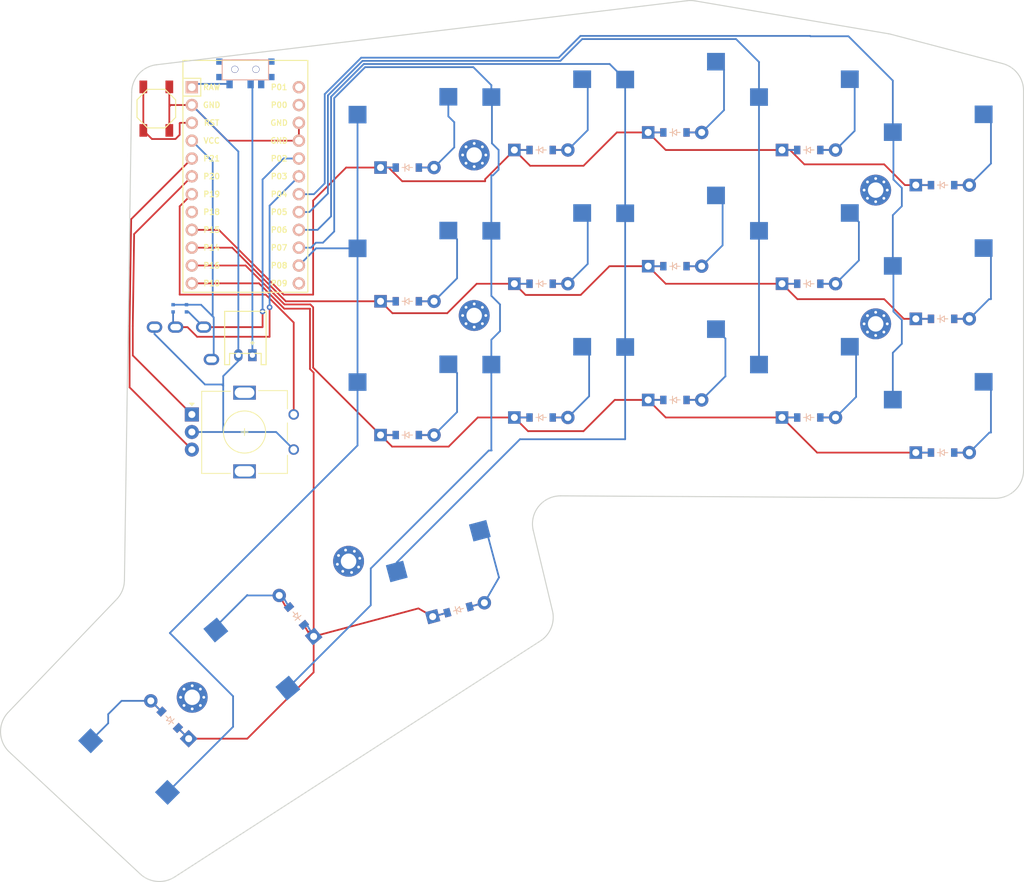
<source format=kicad_pcb>
(kicad_pcb (version 20221018) (generator pcbnew)
  (title_block (title "juubo_right") (rev "v1.0.0") (company "Unknown"))
  (layers (0 "F.Cu" signal) (31 "B.Cu" signal) (34 "B.Paste" user) (35 "F.Paste" user) (36 "B.SilkS" user "B.Silkscreen") (37 "F.SilkS" user "F.Silkscreen") (38 "B.Mask" user) (39 "F.Mask" user) (44 "Edge.Cuts" user))
  (net 0 "")
  (net 1 "P19")
  (net 2 "GND")
  (net 3 "P20")
  (net 4 "P21")
  (net 5 "P4")
  (net 6 "mirror_pinky_bottom")
  (net 7 "mirror_pinky_home")
  (net 8 "mirror_pinky_top")
  (net 9 "P5")
  (net 10 "mirror_ring_bottom")
  (net 11 "mirror_ring_home")
  (net 12 "mirror_ring_top")
  (net 13 "P6")
  (net 14 "mirror_middle_bottom")
  (net 15 "mirror_middle_home")
  (net 16 "mirror_middle_top")
  (net 17 "P7")
  (net 18 "mirror_index_bottom")
  (net 19 "mirror_index_home")
  (net 20 "mirror_index_top")
  (net 21 "P8")
  (net 22 "mirror_inner_bottom")
  (net 23 "mirror_inner_home")
  (net 24 "mirror_inner_top")
  (net 25 "mirror_layer_cluster")
  (net 26 "mirror_space_cluster")
  (net 27 "mirror_extra_cluster")
  (net 28 "P16")
  (net 29 "P14")
  (net 30 "P15")
  (net 31 "P10")
  (net 32 "RAW")
  (net 33 "RST")
  (net 34 "VCC")
  (net 35 "P18")
  (net 36 "P1")
  (net 37 "P0")
  (net 38 "P2")
  (net 39 "P3")
  (net 40 "P9")
  (net 41 "B+")
  (footprint "E73:SPDT_C128955" (layer "F.Cu") (at 291.952306 52.309506)
    (fp_text reference "T1" hide)
    (fp_text value "" hide)
  )
  (footprint "E73:SW_TACT_ALPS_SKQGABE010" (layer "F.Cu") (at 279.274804 57.909003 -90)
    (fp_text reference "B1" hide)
    (fp_text value "" hide)
  )
  (footprint "ComboDiode" (layer "F.Cu") (at 334.052303 101.899005)
    (fp_text reference "D10" hide)
    (fp_text value "" hide)
  )
  (footprint "MountingHole_2.2mm_M2_Pad_Via" (layer "F.Cu") (at 324.527304 64.514005)
    (fp_text reference "_2" hide)
    (fp_text value "")
  )
  (footprint "ComboDiode" (layer "F.Cu") (at 391.202306 106.899003)
    (fp_text reference "D1" hide)
    (fp_text value "" hide)
  )
  (footprint "ComboDiode" (layer "F.Cu") (at 353.102303 80.349006)
    (fp_text reference "D8" hide)
    (fp_text value "" hide)
  )
  (footprint "MX" (layer "F.Cu") (at 315.002303 99.399003)
    (fp_text reference "S13" hide)
    (fp_text value "" hide)
  )
  (footprint "TRRS-PJ-320A-dual" (layer "F.Cu") (at 275.817306 89.029005 90)
    (fp_text reference "TRRS1")
    (fp_text value "TRRS-PJ-320A-dual")
  )
  (footprint "ComboDiode" (layer "F.Cu") (at 315.002307 85.349004)
    (fp_text reference "D14" hide)
    (fp_text value "" hide)
  )
  (footprint "MountingHole_2.2mm_M2_Pad_Via" (layer "F.Cu") (at 324.527308 87.374005)
    (fp_text reference "_6" hide)
    (fp_text value "")
  )
  (footprint "MX" (layer "F.Cu") (at 372.152304 96.899007)
    (fp_text reference "S4" hide)
    (fp_text value "" hide)
  )
  (footprint "MX" (layer "F.Cu") (at 372.152305 58.799003)
    (fp_text reference "S6" hide)
    (fp_text value "" hide)
  )
  (footprint "MX" (layer "F.Cu") (at 315.002305 80.349004)
    (fp_text reference "S14" hide)
    (fp_text value "" hide)
  )
  (footprint "ComboDiode" (layer "F.Cu") (at 391.202303 87.849005)
    (fp_text reference "D2" hide)
    (fp_text value "" hide)
  )
  (footprint "MX" (layer "F.Cu") (at 353.102305 75.349005)
    (fp_text reference "S8" hide)
    (fp_text value "" hide)
  )
  (footprint "MountingHole_2.2mm_M2_Pad_Via" (layer "F.Cu") (at 381.677304 69.514005)
    (fp_text reference "_1" hide)
    (fp_text value "")
  )
  (footprint "ComboDiode" (layer "F.Cu") (at 334.052306 63.799006)
    (fp_text reference "D12" hide)
    (fp_text value "" hide)
  )
  (footprint "ComboDiode" (layer "F.Cu") (at 372.152303 101.899007)
    (fp_text reference "D4" hide)
    (fp_text value "" hide)
  )
  (footprint "ComboDiode" (layer "F.Cu") (at 353.102302 99.399004)
    (fp_text reference "D7" hide)
    (fp_text value "" hide)
  )
  (footprint "JST_PH_S2B-PH-K_02x2.00mm_Angled" (layer "F.Cu") (at 291.952304 93.026507 180)
    (fp_text reference "JST1" hide)
    (fp_text value "" hide)
  )
  (footprint "MX" (layer "F.Cu") (at 277.647101 148.489312 135)
    (fp_text reference "S18" hide)
    (fp_text value "" hide)
  )
  (footprint "MX" (layer "F.Cu") (at 353.102306 94.399003)
    (fp_text reference "S7" hide)
    (fp_text value "" hide)
  )
  (footprint "MX" (layer "F.Cu") (at 295.39165 133.381914 130)
    (fp_text reference "S17" hide)
    (fp_text value "" hide)
  )
  (footprint "ComboDiode" (layer "F.Cu") (at 315.002301 104.39901)
    (fp_text reference "D13" hide)
    (fp_text value "" hide)
  )
  (footprint "ProMicro" (layer "F.Cu") (at 291.952304 68.824005 -90)
    (fp_text reference "MCU1" hide)
    (fp_text value "" hide)
  )
  (footprint "ComboDiode" (layer "F.Cu") (at 372.152304 63.799004)
    (fp_text reference "D6" hide)
    (fp_text value "" hide)
  )
  (footprint "ComboDiode" (layer "F.Cu") (at 334.052306 82.849006)
    (fp_text reference "D11" hide)
    (fp_text value "" hide)
  )
  (footprint "MX" (layer "F.Cu") (at 334.052307 58.799004)
    (fp_text reference "S12" hide)
    (fp_text value "" hide)
  )
  (footprint "ComboDiode" (layer "F.Cu") (at 299.221873 130.167974 130)
    (fp_text reference "D17" hide)
    (fp_text value "" hide)
  )
  (footprint "ComboDiode" (layer "F.Cu") (at 315.002302 66.299007)
    (fp_text reference "D15" hide)
    (fp_text value "" hide)
  )
  (footprint "ComboDiode" (layer "F.Cu") (at 322.296401 129.278635 15)
    (fp_text reference "D16" hide)
    (fp_text value "" hide)
  )
  (footprint "MX" (layer "F.Cu") (at 321.002306 124.449005 15)
    (fp_text reference "S16" hide)
    (fp_text value "" hide)
  )
  (footprint "ComboDiode" (layer "F.Cu") (at 281.182636 144.953779 135)
    (fp_text reference "D18" hide)
    (fp_text value "" hide)
  )
  (footprint "ComboDiode" (layer "F.Cu") (at 391.202303 68.799001)
    (fp_text reference "D3" hide)
    (fp_text value "" hide)
  )
  (footprint "MX" (layer "F.Cu") (at 315.002302 61.299005)
    (fp_text reference "S15" hide)
    (fp_text value "" hide)
  )
  (footprint "ComboDiode" (layer "F.Cu") (at 372.152308 82.849005)
    (fp_text reference "D5" hide)
    (fp_text value "" hide)
  )
  (footprint "MountingHole_2.2mm_M2_Pad_Via" (layer "F.Cu") (at 284.382293 141.75412 135)
    (fp_text reference "_5" hide)
    (fp_text value "")
  )
  (footprint "MountingHole_2.2mm_M2_Pad_Via" (layer "F.Cu") (at 306.64253 122.380088 15)
    (fp_text reference "_4" hide)
    (fp_text value "")
  )
  (footprint "MX" (layer "F.Cu") (at 391.202306 101.899006)
    (fp_text reference "S1" hide)
    (fp_text value "" hide)
  )
  (footprint "ComboDiode" (layer "F.Cu") (at 353.102304 61.299004)
    (fp_text reference "D9" hide)
    (fp_text value "" hide)
  )
  (footprint "MX" (layer "F.Cu") (at 391.202307 82.849002)
    (fp_text reference "S2" hide)
    (fp_text value "" hide)
  )
  (footprint "MX" (layer "F.Cu") (at 334.052306 77.849003)
    (fp_text reference "S11" hide)
    (fp_text value "" hide)
  )
  (footprint "MX" (layer "F.Cu") (at 353.102303 56.299002)
    (fp_text reference "S9" hide)
    (fp_text value "" hide)
  )
  (footprint "MountingHole_2.2mm_M2_Pad_Via" (layer "F.Cu") (at 381.677304 88.564004)
    (fp_text reference "_3" hide)
    (fp_text value "")
  )
  (footprint "MX" (layer "F.Cu") (at 391.202302 63.799003)
    (fp_text reference "S3" hide)
    (fp_text value "" hide)
  )
  (footprint "MX" (layer "F.Cu") (at 372.152305 77.849003)
    (fp_text reference "S5" hide)
    (fp_text value "" hide)
  )
  (footprint "MX" (layer "F.Cu") (at 334.052308 96.899004)
    (fp_text reference "S10" hide)
    (fp_text value "" hide)
  )
  (footprint "rotary_encoder" (layer "F.Cu") (at 291.952305 104.009002)
    (fp_text reference "ROT1" hide)
    (fp_text value "")
  )
  (footprint "RES_ERJ2RKF4701X" (layer "B.Cu") (at 281.664801 86.349005 -90)
    (fp_text reference "DISP1" hide)
    (fp_text value "RES_ERJ2RKF4701X")
  )
  (footprint "RES_ERJ2RKF4701X" (layer "B.Cu") (at 283.569806 86.349009 -90)
    (fp_text reference "DISP2" hide)
    (fp_text value "RES_ERJ2RKF4701X")
  )
  (gr_arc (start 274.733342 125.090784) (mid 274.433962 126.550834) (end 273.620867 127.799935) (stroke (width 0.15)) (layer "Edge.Cuts"))
  (gr_arc (start 332.931327 117.991207) (mid 333.688884 114.575133) (end 336.843869 113.062009) (stroke (width 0.15)) (layer "Edge.Cuts"))
  (gr_arc (start 275.765445 55.572019) (mid 276.791626 52.955763) (end 279.285512 51.660238) (stroke (width 0.15)) (layer "Edge.Cuts"))
  (gr_line (start 335.665126 129.436906) (end 332.931327 117.991207) (stroke (width 0.15)) (layer "Edge.Cuts"))
  (gr_arc (start 281.877228 167.351618) (mid 279.3537 167.975765) (end 276.979476 166.917081) (stroke (width 0.15)) (layer "Edge.Cuts"))
  (gr_arc (start 383.503049 47.244386) (mid 383.676481 47.277819) (end 383.848267 47.318876) (stroke (width 0.15)) (layer "Edge.Cuts"))
  (gr_line (start 383.503049 47.244386) (end 355.980172 42.566373) (stroke (width 0.15)) (layer "Edge.Cuts"))
  (gr_line (start 399.742776 51.490665) (end 383.848267 47.318876) (stroke (width 0.15)) (layer "Edge.Cuts"))
  (gr_line (start 354.830412 42.538659) (end 279.285512 51.660238) (stroke (width 0.15)) (layer "Edge.Cuts"))
  (gr_arc (start 399.742776 51.490665) (mid 401.894469 52.916456) (end 402.727304 55.359621) (stroke (width 0.15)) (layer "Edge.Cuts"))
  (gr_arc (start 258.368736 149.565553) (mid 257.098021 146.751786) (end 258.209373 143.87135) (stroke (width 0.15)) (layer "Edge.Cuts"))
  (gr_arc (start 335.665126 129.436906) (mid 335.48705 131.855267) (end 333.944592 133.726364) (stroke (width 0.15)) (layer "Edge.Cuts"))
  (gr_line (start 402.727302 109.401968) (end 402.727304 55.359621) (stroke (width 0.15)) (layer "Edge.Cuts"))
  (gr_line (start 258.368736 149.565553) (end 276.979476 166.917081) (stroke (width 0.15)) (layer "Edge.Cuts"))
  (gr_line (start 275.765447 55.572019) (end 274.733342 125.090784) (stroke (width 0.15)) (layer "Edge.Cuts"))
  (gr_arc (start 402.727303 109.401969) (mid 401.547946 112.238152) (end 398.705323 113.401905) (stroke (width 0.15)) (layer "Edge.Cuts"))
  (gr_line (start 273.620867 127.799935) (end 258.209373 143.87135) (stroke (width 0.15)) (layer "Edge.Cuts"))
  (gr_line (start 336.843869 113.062009) (end 398.705323 113.401905) (stroke (width 0.15)) (layer "Edge.Cuts"))
  (gr_arc (start 354.830412 42.538659) (mid 355.406293 42.510977) (end 355.980172 42.566373) (stroke (width 0.15)) (layer "Edge.Cuts"))
  (gr_line (start 281.877228 167.351618) (end 333.944592 133.726364) (stroke (width 0.15)) (layer "Edge.Cuts"))
  (segment (start 282.6 84.4) (end 282.6 71.826309) (width 0.25) (layer "F.Cu") (net 1))
  (segment (start 282.6 71.826309) (end 284.332304 70.094005) (width 0.25) (layer "F.Cu") (net 1))
  (segment (start 298.832305 101.469002) (end 298.832305 88.377889) (width 0.25) (layer "F.Cu") (net 1))
  (segment (start 294.854416 84.4) (end 282.6 84.4) (width 0.25) (layer "F.Cu") (net 1))
  (segment (start 298.832305 88.377889) (end 294.854416 84.4) (width 0.25) (layer "F.Cu") (net 1))
  (segment (start 281.330799 57.394005) (end 284.332304 57.394005) (width 0.25) (layer "F.Cu") (net 2))
  (segment (start 289.412304 62.474005) (end 284.332304 57.394005) (width 0.25) (layer "F.Cu") (net 2))
  (segment (start 299.572304 62.474005) (end 299.572304 59.934005) (width 0.25) (layer "F.Cu") (net 2))
  (segment (start 281.124804 57.6) (end 281.330799 57.394005) (width 0.25) (layer "F.Cu") (net 2))
  (segment (start 281.124804 54.809003) (end 281.124804 57.6) (width 0.25) (layer "F.Cu") (net 2))
  (segment (start 281.124804 57.6) (end 281.124804 61.009003) (width 0.25) (layer "F.Cu") (net 2))
  (segment (start 299.572304 62.474005) (end 289.412304 62.474005) (width 0.25) (layer "F.Cu") (net 2))
  (segment (start 290.952304 93.026507) (end 290.952304 64.014005) (width 0.25) (layer "B.Cu") (net 2))
  (segment (start 288.8 103.969002) (end 296.332305 103.969002) (width 0.25) (layer "B.Cu") (net 2))
  (segment (start 284.332305 103.969002) (end 288.8 103.969002) (width 0.25) (layer "B.Cu") (net 2))
  (segment (start 286.2 97.2) (end 288.6 97.2) (width 0.25) (layer "B.Cu") (net 2))
  (segment (start 296.332305 103.969002) (end 298.832305 106.469002) (width 0.25) (layer "B.Cu") (net 2))
  (segment (start 290.952304 64.014005) (end 284.332304 57.394005) (width 0.25) (layer "B.Cu") (net 2))
  (segment (start 288.8 96) (end 290.952304 93.847696) (width 0.25) (layer "B.Cu") (net 2))
  (segment (start 279.017306 89.029005) (end 279.017306 90.017306) (width 0.25) (layer "B.Cu") (net 2))
  (segment (start 288.8 103.969002) (end 288.8 97.4) (width 0.25) (layer "B.Cu") (net 2))
  (segment (start 290.952304 93.847696) (end 290.952304 93.026507) (width 0.25) (layer "B.Cu") (net 2))
  (segment (start 279.017306 90.017306) (end 286.2 97.2) (width 0.25) (layer "B.Cu") (net 2))
  (segment (start 288.6 97.2) (end 288.8 97.4) (width 0.25) (layer "B.Cu") (net 2))
  (segment (start 288.8 97.4) (end 288.8 96) (width 0.25) (layer "B.Cu") (net 2))
  (segment (start 276.11564 75.770669) (end 284.332304 67.554005) (width 0.25) (layer "F.Cu") (net 3))
  (segment (start 275.921097 93.057794) (end 275.921097 88.874409) (width 0.25) (layer "F.Cu") (net 3))
  (segment (start 284.332305 101.469002) (end 275.921097 93.057794) (width 0.25) (layer "F.Cu") (net 3))
  (segment (start 275.921097 88.874409) (end 276.11564 75.770669) (width 0.25) (layer "F.Cu") (net 3))
  (segment (start 275.471097 97.607794) (end 275.471097 88.871097) (width 0.25) (layer "F.Cu") (net 4))
  (segment (start 284.332305 106.469002) (end 275.471097 97.607794) (width 0.25) (layer "F.Cu") (net 4))
  (segment (start 275.471097 88.871097) (end 275.697087 73.649222) (width 0.25) (layer "F.Cu") (net 4))
  (segment (start 275.697087 73.649222) (end 284.332304 65.014005) (width 0.25) (layer "F.Cu") (net 4))
  (segment (start 385.4 71.8) (end 384.117307 73.082693) (width 0.25) (layer "B.Cu") (net 5))
  (segment (start 384.117302 53.917302) (end 377.8 47.6) (width 0.25) (layer "B.Cu") (net 5))
  (segment (start 372.4 47.6) (end 372.35 47.55) (width 0.25) (layer "B.Cu") (net 5))
  (segment (start 384.202304 61.344005) (end 384.202304 68.002304) (width 0.25) (layer "B.Cu") (net 5))
  (segment (start 384.117307 73.082693) (end 384.117307 80.309002) (width 0.25) (layer "B.Cu") (net 5))
  (segment (start 372.35 47.55) (end 339.65 47.55) (width 0.25) (layer "B.Cu") (net 5))
  (segment (start 384.117307 80.309002) (end 384.202304 80.393999) (width 0.25) (layer "B.Cu") (net 5))
  (segment (start 308.440812 50.65) (end 303.25 55.840812) (width 0.25) (layer "B.Cu") (net 5))
  (segment (start 339.65 47.55) (end 336.55 50.65) (width 0.25) (layer "B.Cu") (net 5))
  (segment (start 384.202304 80.393999) (end 384.202304 86.802304) (width 0.25) (layer "B.Cu") (net 5))
  (segment (start 301.705995 70.094005) (end 299.572304 70.094005) (width 0.25) (layer "B.Cu") (net 5))
  (segment (start 303.25 68.55) (end 301.705995 70.094005) (width 0.25) (layer "B.Cu") (net 5))
  (segment (start 385.4 91.4) (end 384.117306 92.682694) (width 0.25) (layer "B.Cu") (net 5))
  (segment (start 384.117302 61.259003) (end 384.202304 61.344005) (width 0.25) (layer "B.Cu") (net 5))
  (segment (start 384.117306 92.682694) (end 384.117306 99.359006) (width 0.25) (layer "B.Cu") (net 5))
  (segment (start 377.8 47.6) (end 372.4 47.6) (width 0.25) (layer "B.Cu") (net 5))
  (segment (start 303.25 55.840812) (end 303.25 68.55) (width 0.25) (layer "B.Cu") (net 5))
  (segment (start 385.4 69.2) (end 385.4 71.8) (width 0.25) (layer "B.Cu") (net 5))
  (segment (start 384.117302 61.259003) (end 384.117302 53.917302) (width 0.25) (layer "B.Cu") (net 5))
  (segment (start 385.4 88) (end 385.4 91.4) (width 0.25) (layer "B.Cu") (net 5))
  (segment (start 384.202304 86.802304) (end 385.4 88) (width 0.25) (layer "B.Cu") (net 5))
  (segment (start 336.55 50.65) (end 308.440812 50.65) (width 0.25) (layer "B.Cu") (net 5))
  (segment (start 384.202304 68.002304) (end 385.4 69.2) (width 0.25) (layer "B.Cu") (net 5))
  (segment (start 392.852304 106.899005) (end 395.012305 106.899) (width 0.25) (layer "F.Cu") (net 6))
  (segment (start 398.087144 104.044341) (end 398.087146 97.861846) (width 0.25) (layer "B.Cu") (net 6))
  (segment (start 395.012305 106.899) (end 392.852304 106.899005) (width 0.25) (layer "B.Cu") (net 6))
  (segment (start 395.012307 106.899003) (end 397.866967 104.044345) (width 0.25) (layer "B.Cu") (net 6))
  (segment (start 397.866967 104.044345) (end 398.087144 104.044341) (width 0.25) (layer "B.Cu") (net 6))
  (segment (start 398.087146 97.861846) (end 397.044306 96.819007) (width 0.25) (layer "B.Cu") (net 6))
  (segment (start 395.012306 87.849005) (end 392.852305 87.849003) (width 0.25) (layer "F.Cu") (net 7))
  (segment (start 397.816966 85.044344) (end 398.087147 85.044342) (width 0.25) (layer "B.Cu") (net 7))
  (segment (start 392.852305 87.849003) (end 395.012306 87.849005) (width 0.25) (layer "B.Cu") (net 7))
  (segment (start 395.012307 87.849002) (end 397.816966 85.044344) (width 0.25) (layer "B.Cu") (net 7))
  (segment (start 398.087147 85.044342) (end 398.087145 78.811845) (width 0.25) (layer "B.Cu") (net 7))
  (segment (start 398.087145 78.811845) (end 397.044305 77.769005) (width 0.25) (layer "B.Cu") (net 7))
  (segment (start 392.852305 68.799006) (end 395.012308 68.799003) (width 0.25) (layer "F.Cu") (net 8))
  (segment (start 398.087145 59.761845) (end 397.044306 58.719006) (width 0.25) (layer "B.Cu") (net 8))
  (segment (start 395.012303 68.799003) (end 398.087146 65.724164) (width 0.25) (layer "B.Cu") (net 8))
  (segment (start 398.087146 65.724164) (end 398.087145 59.761845) (width 0.25) (layer "B.Cu") (net 8))
  (segment (start 395.012308 68.799003) (end 392.852305 68.799006) (width 0.25) (layer "B.Cu") (net 8))
  (segment (start 303.7 56.027208) (end 303.7 70) (width 0.25) (layer "B.Cu") (net 9))
  (segment (start 336.8 51.1) (end 308.627208 51.1) (width 0.25) (layer "B.Cu") (net 9))
  (segment (start 365.067305 51.267305) (end 361.8 48) (width 0.25) (layer "B.Cu") (net 9))
  (segment (start 361.8 48) (end 339.9 48) (width 0.25) (layer "B.Cu") (net 9))
  (segment (start 308.627208 51.1) (end 303.7 56.027208) (width 0.25) (layer "B.Cu") (net 9))
  (segment (start 339.9 48) (end 336.8 51.1) (width 0.25) (layer "B.Cu") (net 9))
  (segment (start 365.067305 56.259003) (end 365.067305 51.267305) (width 0.25) (layer "B.Cu") (net 9))
  (segment (start 303.7 70) (end 301.065995 72.634005) (width 0.25) (layer "B.Cu") (net 9))
  (segment (start 301.065995 72.634005) (end 299.572304 72.634005) (width 0.25) (layer "B.Cu") (net 9))
  (segment (start 365.067305 75.309003) (end 365.067304 94.359007) (width 0.25) (layer "B.Cu") (net 9))
  (segment (start 365.067305 56.259003) (end 365.067305 75.309003) (width 0.25) (layer "B.Cu") (net 9))
  (segment (start 375.962306 101.899006) (end 373.802302 101.899004) (width 0.25) (layer "F.Cu") (net 10))
  (segment (start 375.962303 101.899006) (end 378.887147 98.974163) (width 0.25) (layer "B.Cu") (net 10))
  (segment (start 378.887147 98.974163) (end 378.887146 92.711847) (width 0.25) (layer "B.Cu") (net 10))
  (segment (start 373.802302 101.899004) (end 375.962306 101.899006) (width 0.25) (layer "B.Cu") (net 10))
  (segment (start 378.887146 92.711847) (end 377.994303 91.819006) (width 0.25) (layer "B.Cu") (net 10))
  (segment (start 373.802307 82.849003) (end 375.962303 82.849008) (width 0.25) (layer "F.Cu") (net 11))
  (segment (start 379.287146 79.524165) (end 379.287149 74.061847) (width 0.25) (layer "B.Cu") (net 11))
  (segment (start 379.287149 74.061847) (end 377.994304 72.769004) (width 0.25) (layer "B.Cu") (net 11))
  (segment (start 375.962303 82.849004) (end 379.287146 79.524165) (width 0.25) (layer "B.Cu") (net 11))
  (segment (start 375.962303 82.849008) (end 373.802307 82.849003) (width 0.25) (layer "B.Cu") (net 11))
  (segment (start 375.962308 63.799004) (end 373.802305 63.799004) (width 0.25) (layer "F.Cu") (net 12))
  (segment (start 375.962305 63.799006) (end 378.687146 61.074163) (width 0.25) (layer "B.Cu") (net 12))
  (segment (start 373.802305 63.799004) (end 375.962308 63.799004) (width 0.25) (layer "B.Cu") (net 12))
  (segment (start 378.687147 54.411846) (end 377.994303 53.719004) (width 0.25) (layer "B.Cu") (net 12))
  (segment (start 378.687146 61.074163) (end 378.687147 54.411846) (width 0.25) (layer "B.Cu") (net 12))
  (segment (start 331.036512 105) (end 346 105) (width 0.25) (layer "B.Cu") (net 13))
  (segment (start 343.808301 51.55) (end 308.813604 51.55) (width 0.25) (layer "B.Cu") (net 13))
  (segment (start 304.15 73.25) (end 302.225995 75.174005) (width 0.25) (layer "B.Cu") (net 13))
  (segment (start 346.017306 104.982694) (end 346.017306 91.859003) (width 0.25) (layer "B.Cu") (net 13))
  (segment (start 313.501321 123.829286) (end 313.501321 122.535191) (width 0.25) (layer "B.Cu") (net 13))
  (segment (start 313.501321 122.535191) (end 331.036512 105) (width 0.25) (layer "B.Cu") (net 13))
  (segment (start 346.017305 72.809005) (end 346.017306 91.859003) (width 0.25) (layer "B.Cu") (net 13))
  (segment (start 346.017303 53.759002) (end 346.017303 72.809003) (width 0.25) (layer "B.Cu") (net 13))
  (segment (start 308.813604 51.55) (end 304.15 56.213604) (width 0.25) (layer "B.Cu") (net 13))
  (segment (start 302.225995 75.174005) (end 299.572304 75.174005) (width 0.25) (layer "B.Cu") (net 13))
  (segment (start 304.15 56.213604) (end 304.15 73.25) (width 0.25) (layer "B.Cu") (net 13))
  (segment (start 346.017303 72.809003) (end 346.017305 72.809005) (width 0.25) (layer "B.Cu") (net 13))
  (segment (start 346 105) (end 346.017306 104.982694) (width 0.25) (layer "B.Cu") (net 13))
  (segment (start 346.017303 53.759002) (end 343.808301 51.55) (width 0.25) (layer "B.Cu") (net 13))
  (segment (start 354.752305 99.399003) (end 356.912304 99.399004) (width 0.25) (layer "F.Cu") (net 14))
  (segment (start 360.287144 96.044343) (end 360.287143 90.661848) (width 0.25) (layer "B.Cu") (net 14))
  (segment (start 356.912304 99.399004) (end 354.752305 99.399003) (width 0.25) (layer "B.Cu") (net 14))
  (segment (start 360.287143 90.661848) (end 358.944305 89.319003) (width 0.25) (layer "B.Cu") (net 14))
  (segment (start 360.266967 96.044342) (end 360.287144 96.044343) (width 0.25) (layer "B.Cu") (net 14))
  (segment (start 356.912304 99.399005) (end 360.266967 96.044342) (width 0.25) (layer "B.Cu") (net 14))
  (segment (start 356.912303 80.349003) (end 354.752305 80.349002) (width 0.25) (layer "F.Cu") (net 15))
  (segment (start 359.887147 71.211846) (end 358.944306 70.269007) (width 0.25) (layer "B.Cu") (net 15))
  (segment (start 359.887146 77.374164) (end 359.887147 71.211846) (width 0.25) (layer "B.Cu") (net 15))
  (segment (start 356.912303 80.349003) (end 359.887146 77.374164) (width 0.25) (layer "B.Cu") (net 15))
  (segment (start 354.752305 80.349002) (end 356.912303 80.349003) (width 0.25) (layer "B.Cu") (net 15))
  (segment (start 354.752305 61.299006) (end 356.912305 61.299007) (width 0.25) (layer "F.Cu") (net 16))
  (segment (start 356.912304 61.299002) (end 360.087147 58.12416) (width 0.25) (layer "B.Cu") (net 16))
  (segment (start 360.087146 52.361844) (end 358.944304 51.219004) (width 0.25) (layer "B.Cu") (net 16))
  (segment (start 360.087147 58.12416) (end 360.087146 52.361844) (width 0.25) (layer "B.Cu") (net 16))
  (segment (start 356.912305 61.299007) (end 354.752305 61.299006) (width 0.25) (layer "B.Cu") (net 16))
  (segment (start 326.967306 67.432694) (end 326.967306 75.309003) (width 0.25) (layer "B.Cu") (net 17))
  (segment (start 327.2 67.4) (end 327 67.4) (width 0.25) (layer "B.Cu") (net 17))
  (segment (start 328 66.6) (end 327.2 67.4) (width 0.25) (layer "B.Cu") (net 17))
  (segment (start 327 67.4) (end 326.967306 67.432694) (width 0.25) (layer "B.Cu") (net 17))
  (segment (start 327.052304 62.852304) (end 328 63.8) (width 0.25) (layer "B.Cu") (net 17))
  (segment (start 304.6 56.4) (end 304.6 75.4) (width 0.25) (layer "B.Cu") (net 17))
  (segment (start 309.8 128.642066) (end 309.8 123.4) (width 0.25) (layer "B.Cu") (net 17))
  (segment (start 304.6 75.4) (end 303 77) (width 0.25) (layer "B.Cu") (net 17))
  (segment (start 326.967306 75.309003) (end 326.967306 84.567306) (width 0.25) (layer "B.Cu") (net 17))
  (segment (start 324.4 52) (end 309 52) (width 0.25) (layer "B.Cu") (net 17))
  (segment (start 328 63.8) (end 328 66.6) (width 0.25) (layer "B.Cu") (net 17))
  (segment (start 309.8 123.4) (end 326.6 106.6) (width 0.25) (layer "B.Cu") (net 17))
  (segment (start 326.967307 56.259004) (end 327.052304 56.344001) (width 0.25) (layer "B.Cu") (net 17))
  (segment (start 298.000047 140.442019) (end 309.8 128.642066) (width 0.25) (layer "B.Cu") (net 17))
  (segment (start 327 106.6) (end 326.967308 106.567308) (width 0.25) (layer "B.Cu") (net 17))
  (segment (start 326.967308 90.832692) (end 326.967308 94.359004) (width 0.25) (layer "B.Cu") (net 17))
  (segment (start 326.967306 84.567306) (end 328.2 85.8) (width 0.25) (layer "B.Cu") (net 17))
  (segment (start 301.285995 77.714005) (end 299.572304 77.714005) (width 0.25) (layer "B.Cu") (net 17))
  (segment (start 327.052304 56.344001) (end 327.052304 62.852304) (width 0.25) (layer "B.Cu") (net 17))
  (segment (start 303 77) (end 302 77) (width 0.25) (layer "B.Cu") (net 17))
  (segment (start 302 77) (end 301.285995 77.714005) (width 0.25) (layer "B.Cu") (net 17))
  (segment (start 326.967308 106.567308) (end 326.967308 94.359004) (width 0.25) (layer "B.Cu") (net 17))
  (segment (start 326.6 106.6) (end 327 106.6) (width 0.25) (layer "B.Cu") (net 17))
  (segment (start 326.967307 54.567307) (end 324.4 52) (width 0.25) (layer "B.Cu") (net 17))
  (segment (start 326.967307 56.259004) (end 326.967307 54.567307) (width 0.25) (layer "B.Cu") (net 17))
  (segment (start 309 52) (end 304.6 56.4) (width 0.25) (layer "B.Cu") (net 17))
  (segment (start 328.2 89.6) (end 326.967308 90.832692) (width 0.25) (layer "B.Cu") (net 17))
  (segment (start 328.2 85.8) (end 328.2 89.6) (width 0.25) (layer "B.Cu") (net 17))
  (segment (start 337.862303 101.899006) (end 335.702304 101.899003) (width 0.25) (layer "F.Cu") (net 18))
  (segment (start 340.887146 92.811843) (end 339.894307 91.819005) (width 0.25) (layer "B.Cu") (net 18))
  (segment (start 337.862306 101.899005) (end 340.887141 98.874168) (width 0.25) (layer "B.Cu") (net 18))
  (segment (start 340.887141 98.874168) (end 340.887146 92.811843) (width 0.25) (layer "B.Cu") (net 18))
  (segment (start 335.702304 101.899003) (end 337.862303 101.899006) (width 0.25) (layer "B.Cu") (net 18))
  (segment (start 335.702302 82.849006) (end 337.862302 82.849006) (width 0.25) (layer "F.Cu") (net 19))
  (segment (start 337.862302 82.849006) (end 335.702302 82.849006) (width 0.25) (layer "B.Cu") (net 19))
  (segment (start 337.862304 82.849002) (end 340.687146 80.024163) (width 0.25) (layer "B.Cu") (net 19))
  (segment (start 340.687146 80.024163) (end 340.687146 73.56185) (width 0.25) (layer "B.Cu") (net 19))
  (segment (start 340.687146 73.56185) (end 339.894304 72.769006) (width 0.25) (layer "B.Cu") (net 19))
  (segment (start 337.862305 63.799002) (end 335.702303 63.799006) (width 0.25) (layer "F.Cu") (net 20))
  (segment (start 337.862308 63.799006) (end 340.687146 60.974168) (width 0.25) (layer "B.Cu") (net 20))
  (segment (start 340.687144 54.511846) (end 339.894306 53.719006) (width 0.25) (layer "B.Cu") (net 20))
  (segment (start 335.702303 63.799006) (end 337.862305 63.799002) (width 0.25) (layer "B.Cu") (net 20))
  (segment (start 340.687146 60.974168) (end 340.687144 54.511846) (width 0.25) (layer "B.Cu") (net 20))
  (segment (start 290.2 145.956116) (end 290.2 141.6) (width 0.25) (layer "B.Cu") (net 21))
  (segment (start 280.860901 155.295215) (end 290.2 145.956116) (width 0.25) (layer "B.Cu") (net 21))
  (segment (start 307.917305 96.859001) (end 307.917303 96.859003) (width 0.25) (layer "B.Cu") (net 21))
  (segment (start 281.2 132.6) (end 307.917303 105.882697) (width 0.25) (layer "B.Cu") (net 21))
  (segment (start 307.917305 77.809004) (end 307.917305 96.859001) (width 0.25) (layer "B.Cu") (net 21))
  (segment (start 307.917302 58.759005) (end 307.917302 77.809001) (width 0.25) (layer "B.Cu") (net 21))
  (segment (start 307.917302 77.809001) (end 307.917305 77.809004) (width 0.25) (layer "B.Cu") (net 21))
  (segment (start 307.917303 105.882697) (end 307.917303 96.859003) (width 0.25) (layer "B.Cu") (net 21))
  (segment (start 307.917305 77.809004) (end 302.017305 77.809004) (width 0.25) (layer "B.Cu") (net 21))
  (segment (start 302.017305 77.809004) (end 299.572304 80.254005) (width 0.25) (layer "B.Cu") (net 21))
  (segment (start 290.2 141.6) (end 281.2 132.6) (width 0.25) (layer "B.Cu") (net 21))
  (segment (start 316.652303 104.399006) (end 318.812303 104.399008) (width 0.25) (layer "F.Cu") (net 22))
  (segment (start 322.087146 95.561848) (end 320.844306 94.319006) (width 0.25) (layer "B.Cu") (net 22))
  (segment (start 322.087145 101.124166) (end 322.087146 95.561848) (width 0.25) (layer "B.Cu") (net 22))
  (segment (start 318.812303 104.399008) (end 316.652303 104.399006) (width 0.25) (layer "B.Cu") (net 22))
  (segment (start 318.812303 104.399008) (end 322.087145 101.124166) (width 0.25) (layer "B.Cu") (net 22))
  (segment (start 318.812309 85.349001) (end 316.652307 85.349005) (width 0.25) (layer "F.Cu") (net 23))
  (segment (start 322.087146 82.07417) (end 322.087146 76.511848) (width 0.25) (layer "B.Cu") (net 23))
  (segment (start 318.812307 85.349005) (end 322.087146 82.07417) (width 0.25) (layer "B.Cu") (net 23))
  (segment (start 322.087146 76.511848) (end 320.844306 75.269003) (width 0.25) (layer "B.Cu") (net 23))
  (segment (start 316.652307 85.349005) (end 318.812309 85.349001) (width 0.25) (layer "B.Cu") (net 23))
  (segment (start 316.652306 66.299008) (end 318.812306 66.299004) (width 0.25) (layer "F.Cu") (net 24))
  (segment (start 320.844303 59.0015) (end 320.844301 56.219004) (width 0.25) (layer "B.Cu") (net 24))
  (segment (start 321.687148 63.424162) (end 321.687144 59.844342) (width 0.25) (layer "B.Cu") (net 24))
  (segment (start 318.812301 66.299007) (end 321.687148 63.424162) (width 0.25) (layer "B.Cu") (net 24))
  (segment (start 321.687144 59.844342) (end 320.844303 59.0015) (width 0.25) (layer "B.Cu") (net 24))
  (segment (start 318.812306 66.299004) (end 316.652306 66.299008) (width 0.25) (layer "B.Cu") (net 24))
  (segment (start 325.976578 128.292531) (end 323.89018 128.85158) (width 0.25) (layer "F.Cu") (net 25))
  (segment (start 328.057332 124.688565) (end 326.445729 118.673989) (width 0.25) (layer "B.Cu") (net 25))
  (segment (start 325.976578 128.292532) (end 328.057332 124.688565) (width 0.25) (layer "B.Cu") (net 25))
  (segment (start 323.89018 128.85158) (end 325.976578 128.292531) (width 0.25) (layer "B.Cu") (net 25))
  (segment (start 326.445729 118.673989) (end 325.330442 118.030081) (width 0.25) (layer "B.Cu") (net 25))
  (segment (start 296.772851 127.249345) (end 297.648902 128.766712) (width 0.25) (layer "F.Cu") (net 26))
  (segment (start 297.648902 128.766712) (end 298.16127 128.904002) (width 0.25) (layer "F.Cu") (net 26))
  (segment (start 292.279872 127.249344) (end 292.223661 127.193133) (width 0.25) (layer "B.Cu") (net 26))
  (segment (start 297.285222 127.386636) (end 296.772851 127.249345) (width 0.25) (layer "B.Cu") (net 26))
  (segment (start 287.744978 131.671816) (end 287.744979 132.172041) (width 0.25) (layer "B.Cu") (net 26))
  (segment (start 298.16127 128.904002) (end 297.285222 127.386636) (width 0.25) (layer "B.Cu") (net 26))
  (segment (start 292.223661 127.193133) (end 287.744978 131.671816) (width 0.25) (layer "B.Cu") (net 26))
  (segment (start 296.772852 127.249344) (end 292.279872 127.249344) (width 0.25) (layer "B.Cu") (net 26))
  (segment (start 280.015908 143.78705) (end 278.488558 142.259699) (width 0.25) (layer "F.Cu") (net 27))
  (segment (start 278.488558 142.259699) (end 280.015908 143.78705) (width 0.25) (layer "B.Cu") (net 27))
  (segment (start 278.48856 142.259699) (end 274.328669 142.259698) (width 0.25) (layer "B.Cu") (net 27))
  (segment (start 272.424672 144.163695) (end 272.424671 145.449902) (width 0.25) (layer "B.Cu") (net 27))
  (segment (start 272.424671 145.449902) (end 269.924081 147.950492) (width 0.25) (layer "B.Cu") (net 27))
  (segment (start 274.328669 142.259698) (end 272.424672 144.163695) (width 0.25) (layer "B.Cu") (net 27))
  (segment (start 311.192304 104.399008) (end 312.837641 106.044344) (width 0.25) (layer "F.Cu") (net 28))
  (segment (start 349.292303 99.399004) (end 351.792306 101.899007) (width 0.25) (layer "F.Cu") (net 28))
  (segment (start 370.502306 101.899006) (end 368.342302 101.89901) (width 0.25) (layer "F.Cu") (net 28))
  (segment (start 311.192305 104.399008) (end 313.352305 104.399004) (width 0.25) (layer "F.Cu") (net 28))
  (segment (start 344.532485 99.399005) (end 349.292303 99.399004) (width 0.25) (layer "F.Cu") (net 28))
  (segment (start 351.792306 101.899007) (end 368.342302 101.899004) (width 0.25) (layer "F.Cu") (net 28))
  (segment (start 301.6 94.806709) (end 301.6 86.2) (width 0.25) (layer "F.Cu") (net 28))
  (segment (start 340.087145 103.844342) (end 344.532485 99.399005) (width 0.25) (layer "F.Cu") (net 28))
  (segment (start 312.837641 106.044344) (end 320.887146 106.044343) (width 0.25) (layer "F.Cu") (net 28))
  (segment (start 297.526212 85.799004) (end 291.981213 80.254005) (width 0.25) (layer "F.Cu") (net 28))
  (segment (start 301.199004 85.799004) (end 297.526212 85.799004) (width 0.25) (layer "F.Cu") (net 28))
  (segment (start 368.342302 101.899004) (end 373.342298 106.899003) (width 0.25) (layer "F.Cu") (net 28))
  (segment (start 332.402305 101.899002) (end 330.242305 101.899003) (width 0.25) (layer "F.Cu") (net 28))
  (segment (start 373.342298 106.899003) (end 387.392306 106.899005) (width 0.25) (layer "F.Cu") (net 28))
  (segment (start 330.242302 101.899008) (end 332.18764 103.844344) (width 0.25) (layer "F.Cu") (net 28))
  (segment (start 311.192301 104.39901) (end 301.6 94.806709) (width 0.25) (layer "F.Cu") (net 28))
  (segment (start 387.392306 106.899005) (end 389.552299 106.899006) (width 0.25) (layer "F.Cu") (net 28))
  (segment (start 332.18764 103.844344) (end 340.087145 103.844342) (width 0.25) (layer "F.Cu") (net 28))
  (segment (start 320.887146 106.044343) (end 325.032484 101.899006) (width 0.25) (layer "F.Cu") (net 28))
  (segment (start 301.6 86.2) (end 301.199004 85.799004) (width 0.25) (layer "F.Cu") (net 28))
  (segment (start 349.292307 99.399008) (end 351.4523 99.399003) (width 0.25) (layer "F.Cu") (net 28))
  (segment (start 325.032484 101.899006) (end 330.242302 101.899008) (width 0.25) (layer "F.Cu") (net 28))
  (segment (start 291.981213 80.254005) (end 284.332304 80.254005) (width 0.25) (layer "F.Cu") (net 28))
  (segment (start 389.552299 106.899006) (end 387.392306 106.899005) (width 0.25) (layer "B.Cu") (net 28))
  (segment (start 351.4523 99.399003) (end 349.292307 99.399008) (width 0.25) (layer "B.Cu") (net 28))
  (segment (start 313.352305 104.399004) (end 311.192305 104.399008) (width 0.25) (layer "B.Cu") (net 28))
  (segment (start 330.242305 101.899003) (end 332.402305 101.899002) (width 0.25) (layer "B.Cu") (net 28))
  (segment (start 368.342302 101.89901) (end 370.502306 101.899006) (width 0.25) (layer "B.Cu") (net 28))
  (segment (start 351.792305 82.849008) (end 368.342303 82.849006) (width 0.25) (layer "F.Cu") (net 29))
  (segment (start 320.687147 87.044342) (end 324.882481 82.849009) (width 0.25) (layer "F.Cu") (net 29))
  (segment (start 385.691806 87.849002) (end 387.392305 87.849004) (width 0.25) (layer "F.Cu") (net 29))
  (segment (start 382.887148 85.044344) (end 385.691806 87.849002) (width 0.25) (layer "F.Cu") (net 29))
  (segment (start 370.537643 85.044342) (end 382.887148 85.044344) (width 0.25) (layer "F.Cu") (net 29))
  (segment (start 331.837641 84.444342) (end 339.687146 84.444344) (width 0.25) (layer "F.Cu") (net 29))
  (segment (start 313.352307 85.349003) (end 311.192306 85.349004) (width 0.25) (layer "F.Cu") (net 29))
  (segment (start 389.552305 87.849006) (end 387.392305 87.849004) (width 0.25) (layer "F.Cu") (net 29))
  (segment (start 297.712608 85.349004) (end 290.077609 77.714005) (width 0.25) (layer "F.Cu") (net 29))
  (segment (start 349.292302 80.349007) (end 351.792305 82.849008) (width 0.25) (layer "F.Cu") (net 29))
  (segment (start 351.452306 80.349006) (end 349.292304 80.349004) (width 0.25) (layer "F.Cu") (net 29))
  (segment (start 312.887641 87.044341) (end 320.687147 87.044342) (width 0.25) (layer "F.Cu") (net 29))
  (segment (start 343.782481 80.349003) (end 349.292302 80.349007) (width 0.25) (layer "F.Cu") (net 29))
  (segment (start 290.077609 77.714005) (end 284.332304 77.714005) (width 0.25) (layer "F.Cu") (net 29))
  (segment (start 368.342301 82.849002) (end 370.502305 82.849007) (width 0.25) (layer "F.Cu") (net 29))
  (segment (start 368.342303 82.849006) (end 370.537643 85.044342) (width 0.25) (layer "F.Cu") (net 29))
  (segment (start 330.242306 82.849005) (end 331.837641 84.444342) (width 0.25) (layer "F.Cu") (net 29))
  (segment (start 339.687146 84.444344) (end 343.782481 80.349003) (width 0.25) (layer "F.Cu") (net 29))
  (segment (start 324.882481 82.849009) (end 330.242306 82.849005) (width 0.25) (layer "F.Cu") (net 29))
  (segment (start 330.242304 82.849003) (end 332.402301 82.849002) (width 0.25) (layer "F.Cu") (net 29))
  (segment (start 311.192307 85.349004) (end 297.712608 85.349004) (width 0.25) (layer "F.Cu") (net 29))
  (segment (start 311.192306 85.349009) (end 312.887641 87.044341) (width 0.25) (layer "F.Cu") (net 29))
  (segment (start 387.392305 87.849004) (end 389.552305 87.849006) (width 0.25) (layer "B.Cu") (net 29))
  (segment (start 311.192306 85.349004) (end 313.352307 85.349003) (width 0.25) (layer "B.Cu") (net 29))
  (segment (start 332.402301 82.849002) (end 330.242304 82.849003) (width 0.25) (layer "B.Cu") (net 29))
  (segment (start 349.292304 80.349004) (end 351.452306 80.349006) (width 0.25) (layer "B.Cu") (net 29))
  (segment (start 370.502305 82.849007) (end 368.342301 82.849002) (width 0.25) (layer "B.Cu") (net 29))
  (segment (start 368.342303 63.799003) (end 369.481305 63.799006) (width 0.25) (layer "F.Cu") (net 30))
  (segment (start 332.487646 66.044343) (end 340.087144 66.04434) (width 0.25) (layer "F.Cu") (net 30))
  (segment (start 371.526642 65.844342) (end 382.887144 65.844342) (width 0.25) (layer "F.Cu") (net 30))
  (segment (start 326.087145 68.244342) (end 326.087146 67.954168) (width 0.25) (layer "F.Cu") (net 30))
  (segment (start 311.192301 66.299004) (end 312.331303 66.299003) (width 0.25) (layer "F.Cu") (net 30))
  (segment (start 351.792306 63.799007) (end 368.342303 63.799003) (width 0.25) (layer "F.Cu") (net 30))
  (segment (start 385.841805 68.798999) (end 387.392307 68.799002) (width 0.25) (layer "F.Cu") (net 30))
  (segment (start 311.192302 66.299007) (end 306.300993 66.299007) (width 0.25) (layer "F.Cu") (net 30))
  (segment (start 344.832486 61.299001) (end 349.292302 61.299002) (width 0.25) (layer "F.Cu") (net 30))
  (segment (start 326.087146 67.954168) (end 330.242306 63.799006) (width 0.25) (layer "F.Cu") (net 30))
  (segment (start 288.174005 75.174005) (end 284.332304 75.174005) (width 0.25) (layer "F.Cu") (net 30))
  (segment (start 330.242306 63.799006) (end 332.487646 66.044343) (width 0.25) (layer "F.Cu") (net 30))
  (segment (start 370.502302 63.799007) (end 368.342305 63.799002) (width 0.25) (layer "F.Cu") (net 30))
  (segment (start 369.481305 63.799006) (end 371.526642 65.844342) (width 0.25) (layer "F.Cu") (net 30))
  (segment (start 301.6 71) (end 301.6 84.4) (width 0.25) (layer "F.Cu") (net 30))
  (segment (start 349.292302 61.299002) (end 351.792306 63.799007) (width 0.25) (layer "F.Cu") (net 30))
  (segment (start 306.300993 66.299007) (end 301.6 71) (width 0.25) (layer "F.Cu") (net 30))
  (segment (start 382.887144 65.844342) (end 385.841805 68.798999) (width 0.25) (layer "F.Cu") (net 30))
  (segment (start 297.4 84.4) (end 288.174005 75.174005) (width 0.25) (layer "F.Cu") (net 30))
  (segment (start 387.392304 68.799003) (end 389.552306 68.799003) (width 0.25) (layer "F.Cu") (net 30))
  (segment (start 311.192304 66.299005) (end 313.352305 66.299002) (width 0.25) (layer "F.Cu") (net 30))
  (segment (start 340.087144 66.04434) (end 344.832486 61.299001) (width 0.25) (layer "F.Cu") (net 30))
  (segment (start 314.276641 68.244342) (end 326.087145 68.244342) (width 0.25) (layer "F.Cu") (net 30))
  (segment (start 312.331303 66.299003) (end 314.276641 68.244342) (width 0.25) (layer "F.Cu") (net 30))
  (segment (start 349.292301 61.299007) (end 351.452301 61.299007) (width 0.25) (layer "F.Cu") (net 30))
  (segment (start 332.402305 63.799004) (end 330.242304 63.799005) (width 0.25) (layer "F.Cu") (net 30))
  (segment (start 301.6 84.4) (end 297.4 84.4) (width 0.25) (layer "F.Cu") (net 30))
  (segment (start 330.242304 63.799005) (end 332.402305 63.799004) (width 0.25) (layer "B.Cu") (net 30))
  (segment (start 389.552306 68.799003) (end 387.392304 68.799003) (width 0.25) (layer "B.Cu") (net 30))
  (segment (start 313.352305 66.299002) (end 311.192304 66.299005) (width 0.25) (layer "B.Cu") (net 30))
  (segment (start 351.452301 61.299007) (end 349.292301 61.299007) (width 0.25) (layer "B.Cu") (net 30))
  (segment (start 368.342305 63.799002) (end 370.502302 63.799007) (width 0.25) (layer "B.Cu") (net 30))
  (segment (start 301.670894 133.086603) (end 301.670894 95.513999) (width 0.25) (layer "F.Cu") (net 31))
  (segment (start 300.282469 131.431949) (end 301.158524 132.949317) (width 0.25) (layer "F.Cu") (net 31))
  (segment (start 301.670894 133.086603) (end 301 132.415709) (width 0.25) (layer "F.Cu") (net 31))
  (segment (start 301.158524 132.949317) (end 301.670896 133.086603) (width 0.25) (layer "F.Cu") (net 31))
  (segment (start 301.670894 138.194146) (end 301.670894 133.086604) (width 0.25) (layer "F.Cu") (net 31))
  (segment (start 301.15 86.4) (end 297.490812 86.4) (width 0.25) (layer "F.Cu") (net 31))
  (segment (start 283.876714 147.647853) (end 292.217187 147.647853) (width 0.25) (layer "F.Cu") (net 31))
  (segment (start 316.583075 129.090897) (end 318.616224 130.264736) (width 0.25) (layer "F.Cu") (net 31))
  (segment (start 292.217187 147.647853) (end 301.670894 138.194146) (width 0.25) (layer "F.Cu") (net 31))
  (segment (start 301.670894 133.086603) (end 316.583075 129.090897) (width 0.25) (layer "F.Cu") (net 31))
  (segment (start 301.15 94.993105) (end 301.15 86.4) (width 0.25) (layer "F.Cu") (net 31))
  (segment (start 297.490812 86.4) (end 293.884817 82.794005) (width 0.25) (layer "F.Cu") (net 31))
  (segment (start 301.670894 95.513999) (end 301.15 94.993105) (width 0.25) (layer "F.Cu") (net 31))
  (segment (start 293.884817 82.794005) (end 284.332304 82.794005) (width 0.25) (layer "F.Cu") (net 31))
  (segment (start 320.702621 129.705685) (end 318.616223 130.264736) (width 0.25) (layer "F.Cu") (net 31))
  (segment (start 283.876714 147.647854) (end 282.34936 146.120503) (width 0.25) (layer "F.Cu") (net 31))
  (segment (start 282.34936 146.120503) (end 283.876714 147.647854) (width 0.25) (layer "B.Cu") (net 31))
  (segment (start 301.670896 133.086603) (end 300.794841 131.569237) (width 0.25) (layer "B.Cu") (net 31))
  (segment (start 300.794841 131.569237) (end 300.282469 131.431949) (width 0.25) (layer "B.Cu") (net 31))
  (segment (start 318.616223 130.264736) (end 320.702621 129.705685) (width 0.25) (layer "B.Cu") (net 31))
  (segment (start 284.801803 54.384506) (end 284.332304 54.854005) (width 0.25) (layer "B.Cu") (net 32))
  (segment (start 289.702306 54.384506) (end 284.801803 54.384506) (width 0.25) (layer "B.Cu") (net 32))
  (segment (start 282.665995 59.934005) (end 284.332304 59.934005) (width 0.25) (layer "F.Cu") (net 33))
  (segment (start 281.999804 62.234003) (end 282.6 61.633807) (width 0.25) (layer "F.Cu") (net 33))
  (segment (start 277.424804 61.009003) (end 278.649804 62.234003) (width 0.25) (layer "F.Cu") (net 33))
  (segment (start 282.6 60) (end 282.665995 59.934005) (width 0.25) (layer "F.Cu") (net 33))
  (segment (start 277.424804 54.809003) (end 277.424804 61.009003) (width 0.25) (layer "F.Cu") (net 33))
  (segment (start 278.649804 62.234003) (end 281.999804 62.234003) (width 0.25) (layer "F.Cu") (net 33))
  (segment (start 282.6 61.633807) (end 282.6 60) (width 0.25) (layer "F.Cu") (net 33))
  (segment (start 287.117306 93.629005) (end 287.442306 93.304005) (width 0.25) (layer "B.Cu") (net 34))
  (segment (start 283.569806 85.837009) (end 281.664805 85.837009) (width 0.25) (layer "B.Cu") (net 34))
  (segment (start 287.3 87.5) (end 287.3 65.441701) (width 0.25) (layer "B.Cu") (net 34))
  (segment (start 287.442306 87.642306) (end 287.3 87.5) (width 0.25) (layer "B.Cu") (net 34))
  (segment (start 281.664805 85.837009) (end 281.664801 85.837005) (width 0.25) (layer "B.Cu") (net 34))
  (segment (start 285.637009 85.837009) (end 283.569806 85.837009) (width 0.25) (layer "B.Cu") (net 34))
  (segment (start 287.3 65.441701) (end 284.332304 62.474005) (width 0.25) (layer "B.Cu") (net 34))
  (segment (start 287.442306 93.304005) (end 287.442306 87.642306) (width 0.25) (layer "B.Cu") (net 34))
  (segment (start 287.3 87.5) (end 285.637009 85.837009) (width 0.25) (layer "B.Cu") (net 34))
  (segment (start 294.4 89) (end 294.4 86.8) (width 0.25) (layer "F.Cu") (net 38))
  (segment (start 286.017306 89.029005) (end 294.370995 89.029005) (width 0.25) (layer "F.Cu") (net 38))
  (segment (start 294.370995 89.029005) (end 294.4 89) (width 0.25) (layer "F.Cu") (net 38))
  (via (at 294.4 86.8) (size 0.8) (drill 0.4) (layers "F.Cu" "B.Cu") (net 38))
  (segment (start 294.4 86.8) (end 294.4 68) (width 0.25) (layer "B.Cu") (net 38))
  (segment (start 283.84931 86.861009) (end 286.017306 89.029005) (width 0.25) (layer "B.Cu") (net 38))
  (segment (start 294.4 68) (end 297.385995 65.014005) (width 0.25) (layer "B.Cu") (net 38))
  (segment (start 283.569806 86.861009) (end 283.84931 86.861009) (width 0.25) (layer "B.Cu") (net 38))
  (segment (start 297.385995 65.014005) (end 299.572304 65.014005) (width 0.25) (layer "B.Cu") (net 38))
  (segment (start 282.017306 89.029005) (end 283.708296 89.029005) (width 0.25) (layer "F.Cu") (net 39))
  (segment (start 295.4 90.4) (end 295.4 86.2) (width 0.25) (layer "F.Cu") (net 39))
  (segment (start 283.708296 89.029005) (end 285.079291 90.4) (width 0.25) (layer "F.Cu") (net 39))
  (segment (start 285.079291 90.4) (end 295.4 90.4) (width 0.25) (layer "F.Cu") (net 39))
  (via (at 295.4 86.2) (size 0.8) (drill 0.4) (layers "F.Cu" "B.Cu") (net 39))
  (segment (start 281.664801 88.6765) (end 282.017306 89.029005) (width 0.25) (layer "B.Cu") (net 39))
  (segment (start 295.4 86.2) (end 295.4 71.726309) (width 0.25) (layer "B.Cu") (net 39))
  (segment (start 295.4 71.726309) (end 299.572304 67.554005) (width 0.25) (layer "B.Cu") (net 39))
  (segment (start 281.664801 86.861005) (end 281.664801 88.6765) (width 0.25) (layer "B.Cu") (net 39))
  (segment (start 292.952304 54.634504) (end 292.702306 54.384506) (width 0.25) (layer "B.Cu") (net 41))
  (segment (start 292.952304 93.026507) (end 292.952304 54.634504) (width 0.25) (layer "B.Cu") (net 41))
)
</source>
